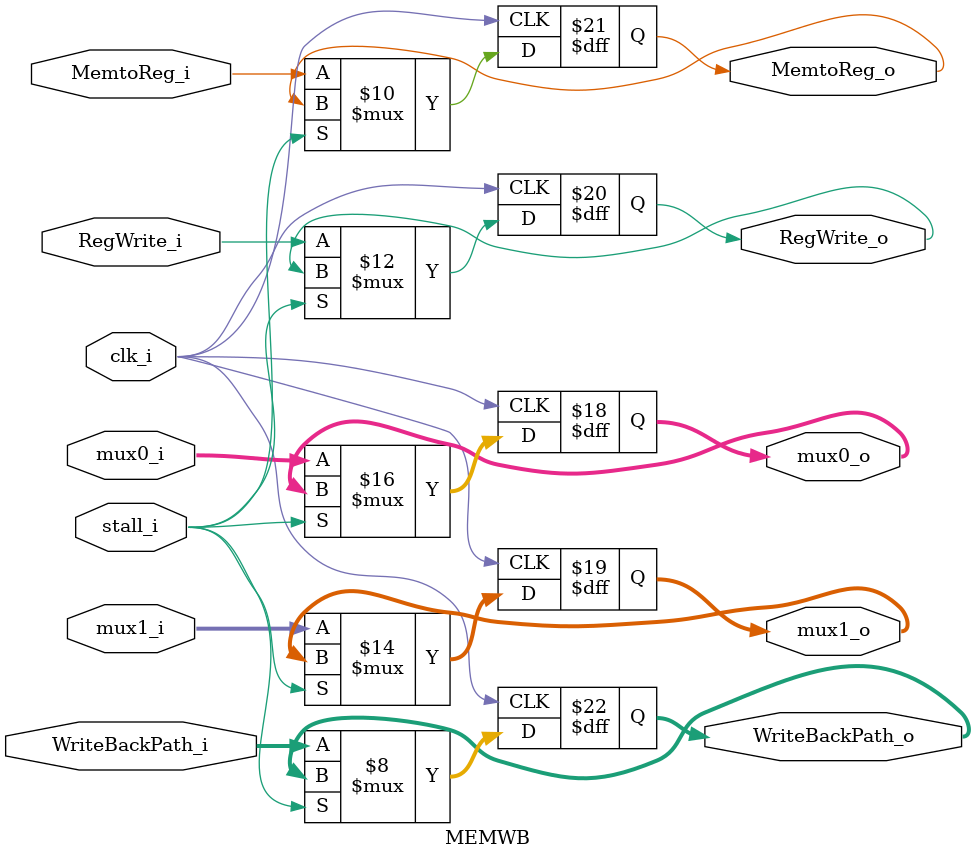
<source format=v>
module MEMWB
(
	clk_i,
	mux0_i, mux1_i,
	mux0_o, mux1_o,
	RegWrite_i, MemtoReg_i,
	RegWrite_o, MemtoReg_o,
	WriteBackPath_i, WriteBackPath_o,
	stall_i
);

input				clk_i;
input		[31:0]	mux0_i, mux1_i;
output	reg	[31:0]	mux0_o = 32'b0, mux1_o = 32'b0;

// Control signal
input			RegWrite_i, MemtoReg_i, stall_i;
output	reg		RegWrite_o = 1'b0, MemtoReg_o = 1'b0;

// Write path
input		[4:0]	WriteBackPath_i;
output 	reg	[4:0]	WriteBackPath_o = 5'b0;

always@(posedge clk_i) begin
    if(~stall_i) begin
        mux0_o <= mux0_i;
        mux1_o <= mux1_i;
        // Control signal
        RegWrite_o <= RegWrite_i;
        MemtoReg_o <= MemtoReg_i;
        // Writeback path
        WriteBackPath_o <= WriteBackPath_i;
    end
end

endmodule

</source>
